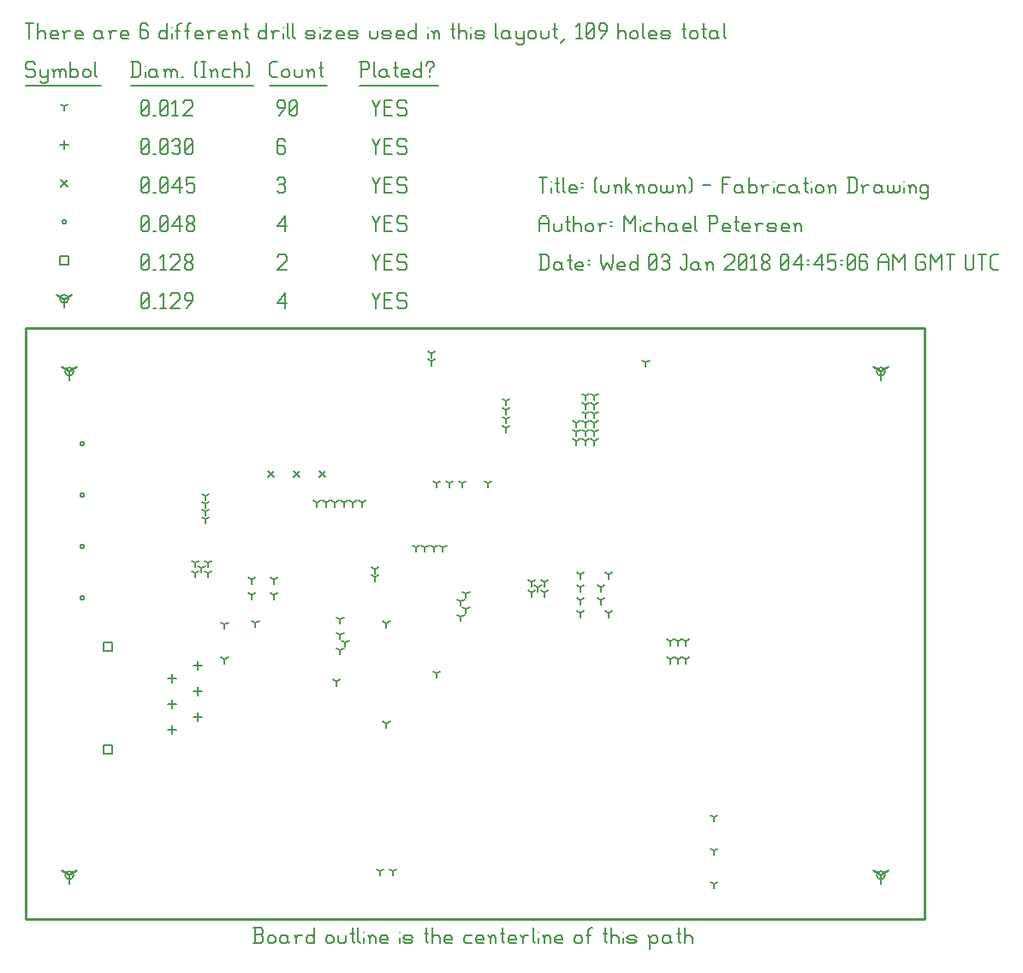
<source format=gbr>
G04 start of page 12 for group -3984 idx -3984 *
G04 Title: (unknown), fab *
G04 Creator: pcb 20140316 *
G04 CreationDate: Wed 03 Jan 2018 04:45:06 AM GMT UTC *
G04 For: railfan *
G04 Format: Gerber/RS-274X *
G04 PCB-Dimensions (mil): 3500.00 2300.00 *
G04 PCB-Coordinate-Origin: lower left *
%MOIN*%
%FSLAX25Y25*%
%LNFAB*%
%ADD108C,0.0100*%
%ADD107C,0.0075*%
%ADD106C,0.0060*%
%ADD105C,0.0001*%
%ADD104R,0.0080X0.0080*%
G54D104*X333000Y213000D02*Y209800D01*
G54D105*G36*
X332454Y213147D02*X335920Y215146D01*
X336320Y214453D01*
X332853Y212454D01*
X332454Y213147D01*
G37*
G36*
X333147Y212454D02*X329680Y214453D01*
X330080Y215146D01*
X333546Y213147D01*
X333147Y212454D01*
G37*
G54D104*X331400Y213000D02*G75*G03X334600Y213000I1600J0D01*G01*
G75*G03X331400Y213000I-1600J0D01*G01*
X17000Y17000D02*Y13800D01*
G54D105*G36*
X16454Y17147D02*X19920Y19146D01*
X20320Y18453D01*
X16853Y16454D01*
X16454Y17147D01*
G37*
G36*
X17147Y16454D02*X13680Y18453D01*
X14080Y19146D01*
X17546Y17147D01*
X17147Y16454D01*
G37*
G54D104*X15400Y17000D02*G75*G03X18600Y17000I1600J0D01*G01*
G75*G03X15400Y17000I-1600J0D01*G01*
X17000Y213000D02*Y209800D01*
G54D105*G36*
X16454Y213147D02*X19920Y215146D01*
X20320Y214453D01*
X16853Y212454D01*
X16454Y213147D01*
G37*
G36*
X17147Y212454D02*X13680Y214453D01*
X14080Y215146D01*
X17546Y213147D01*
X17147Y212454D01*
G37*
G54D104*X15400Y213000D02*G75*G03X18600Y213000I1600J0D01*G01*
G75*G03X15400Y213000I-1600J0D01*G01*
X333000Y17000D02*Y13800D01*
G54D105*G36*
X332454Y17147D02*X335920Y19146D01*
X336320Y18453D01*
X332853Y16454D01*
X332454Y17147D01*
G37*
G36*
X333147Y16454D02*X329680Y18453D01*
X330080Y19146D01*
X333546Y17147D01*
X333147Y16454D01*
G37*
G54D104*X331400Y17000D02*G75*G03X334600Y17000I1600J0D01*G01*
G75*G03X331400Y17000I-1600J0D01*G01*
X15000Y241250D02*Y238050D01*
G54D105*G36*
X14454Y241397D02*X17920Y243396D01*
X18320Y242703D01*
X14853Y240704D01*
X14454Y241397D01*
G37*
G36*
X15147Y240704D02*X11680Y242703D01*
X12080Y243396D01*
X15546Y241397D01*
X15147Y240704D01*
G37*
G54D104*X13400Y241250D02*G75*G03X16600Y241250I1600J0D01*G01*
G75*G03X13400Y241250I-1600J0D01*G01*
G54D106*X135000Y243500D02*X136500Y240500D01*
X138000Y243500D01*
X136500Y240500D02*Y237500D01*
X139800Y240800D02*X142050D01*
X139800Y237500D02*X142800D01*
X139800Y243500D02*Y237500D01*
Y243500D02*X142800D01*
X147600D02*X148350Y242750D01*
X145350Y243500D02*X147600D01*
X144600Y242750D02*X145350Y243500D01*
X144600Y242750D02*Y241250D01*
X145350Y240500D01*
X147600D01*
X148350Y239750D01*
Y238250D01*
X147600Y237500D02*X148350Y238250D01*
X145350Y237500D02*X147600D01*
X144600Y238250D02*X145350Y237500D01*
X98000Y239750D02*X101000Y243500D01*
X98000Y239750D02*X101750D01*
X101000Y243500D02*Y237500D01*
X45000Y238250D02*X45750Y237500D01*
X45000Y242750D02*Y238250D01*
Y242750D02*X45750Y243500D01*
X47250D01*
X48000Y242750D01*
Y238250D01*
X47250Y237500D02*X48000Y238250D01*
X45750Y237500D02*X47250D01*
X45000Y239000D02*X48000Y242000D01*
X49800Y237500D02*X50550D01*
X52350Y242300D02*X53550Y243500D01*
Y237500D01*
X52350D02*X54600D01*
X56400Y242750D02*X57150Y243500D01*
X59400D01*
X60150Y242750D01*
Y241250D01*
X56400Y237500D02*X60150Y241250D01*
X56400Y237500D02*X60150D01*
X62700D02*X64950Y240500D01*
Y242750D02*Y240500D01*
X64200Y243500D02*X64950Y242750D01*
X62700Y243500D02*X64200D01*
X61950Y242750D02*X62700Y243500D01*
X61950Y242750D02*Y241250D01*
X62700Y240500D01*
X64950D01*
X30400Y107600D02*X33600D01*
X30400D02*Y104400D01*
X33600D01*
Y107600D02*Y104400D01*
X30400Y67600D02*X33600D01*
X30400D02*Y64400D01*
X33600D01*
Y67600D02*Y64400D01*
X13400Y257850D02*X16600D01*
X13400D02*Y254650D01*
X16600D01*
Y257850D02*Y254650D01*
X135000Y258500D02*X136500Y255500D01*
X138000Y258500D01*
X136500Y255500D02*Y252500D01*
X139800Y255800D02*X142050D01*
X139800Y252500D02*X142800D01*
X139800Y258500D02*Y252500D01*
Y258500D02*X142800D01*
X147600D02*X148350Y257750D01*
X145350Y258500D02*X147600D01*
X144600Y257750D02*X145350Y258500D01*
X144600Y257750D02*Y256250D01*
X145350Y255500D01*
X147600D01*
X148350Y254750D01*
Y253250D01*
X147600Y252500D02*X148350Y253250D01*
X145350Y252500D02*X147600D01*
X144600Y253250D02*X145350Y252500D01*
X98000Y257750D02*X98750Y258500D01*
X101000D01*
X101750Y257750D01*
Y256250D01*
X98000Y252500D02*X101750Y256250D01*
X98000Y252500D02*X101750D01*
X45000Y253250D02*X45750Y252500D01*
X45000Y257750D02*Y253250D01*
Y257750D02*X45750Y258500D01*
X47250D01*
X48000Y257750D01*
Y253250D01*
X47250Y252500D02*X48000Y253250D01*
X45750Y252500D02*X47250D01*
X45000Y254000D02*X48000Y257000D01*
X49800Y252500D02*X50550D01*
X52350Y257300D02*X53550Y258500D01*
Y252500D01*
X52350D02*X54600D01*
X56400Y257750D02*X57150Y258500D01*
X59400D01*
X60150Y257750D01*
Y256250D01*
X56400Y252500D02*X60150Y256250D01*
X56400Y252500D02*X60150D01*
X61950Y253250D02*X62700Y252500D01*
X61950Y254450D02*Y253250D01*
Y254450D02*X63000Y255500D01*
X63900D01*
X64950Y254450D01*
Y253250D01*
X64200Y252500D02*X64950Y253250D01*
X62700Y252500D02*X64200D01*
X61950Y256550D02*X63000Y255500D01*
X61950Y257750D02*Y256550D01*
Y257750D02*X62700Y258500D01*
X64200D01*
X64950Y257750D01*
Y256550D01*
X63900Y255500D02*X64950Y256550D01*
X21200Y145000D02*G75*G03X22800Y145000I800J0D01*G01*
G75*G03X21200Y145000I-800J0D01*G01*
Y125000D02*G75*G03X22800Y125000I800J0D01*G01*
G75*G03X21200Y125000I-800J0D01*G01*
Y185000D02*G75*G03X22800Y185000I800J0D01*G01*
G75*G03X21200Y185000I-800J0D01*G01*
Y165000D02*G75*G03X22800Y165000I800J0D01*G01*
G75*G03X21200Y165000I-800J0D01*G01*
X14200Y271250D02*G75*G03X15800Y271250I800J0D01*G01*
G75*G03X14200Y271250I-800J0D01*G01*
X135000Y273500D02*X136500Y270500D01*
X138000Y273500D01*
X136500Y270500D02*Y267500D01*
X139800Y270800D02*X142050D01*
X139800Y267500D02*X142800D01*
X139800Y273500D02*Y267500D01*
Y273500D02*X142800D01*
X147600D02*X148350Y272750D01*
X145350Y273500D02*X147600D01*
X144600Y272750D02*X145350Y273500D01*
X144600Y272750D02*Y271250D01*
X145350Y270500D01*
X147600D01*
X148350Y269750D01*
Y268250D01*
X147600Y267500D02*X148350Y268250D01*
X145350Y267500D02*X147600D01*
X144600Y268250D02*X145350Y267500D01*
X98000Y269750D02*X101000Y273500D01*
X98000Y269750D02*X101750D01*
X101000Y273500D02*Y267500D01*
X45000Y268250D02*X45750Y267500D01*
X45000Y272750D02*Y268250D01*
Y272750D02*X45750Y273500D01*
X47250D01*
X48000Y272750D01*
Y268250D01*
X47250Y267500D02*X48000Y268250D01*
X45750Y267500D02*X47250D01*
X45000Y269000D02*X48000Y272000D01*
X49800Y267500D02*X50550D01*
X52350Y268250D02*X53100Y267500D01*
X52350Y272750D02*Y268250D01*
Y272750D02*X53100Y273500D01*
X54600D01*
X55350Y272750D01*
Y268250D01*
X54600Y267500D02*X55350Y268250D01*
X53100Y267500D02*X54600D01*
X52350Y269000D02*X55350Y272000D01*
X57150Y269750D02*X60150Y273500D01*
X57150Y269750D02*X60900D01*
X60150Y273500D02*Y267500D01*
X62700Y268250D02*X63450Y267500D01*
X62700Y269450D02*Y268250D01*
Y269450D02*X63750Y270500D01*
X64650D01*
X65700Y269450D01*
Y268250D01*
X64950Y267500D02*X65700Y268250D01*
X63450Y267500D02*X64950D01*
X62700Y271550D02*X63750Y270500D01*
X62700Y272750D02*Y271550D01*
Y272750D02*X63450Y273500D01*
X64950D01*
X65700Y272750D01*
Y271550D01*
X64650Y270500D02*X65700Y271550D01*
X114300Y174200D02*X116700Y171800D01*
X114300D02*X116700Y174200D01*
X104300D02*X106700Y171800D01*
X104300D02*X106700Y174200D01*
X94300D02*X96700Y171800D01*
X94300D02*X96700Y174200D01*
X13800Y287450D02*X16200Y285050D01*
X13800D02*X16200Y287450D01*
X135000Y288500D02*X136500Y285500D01*
X138000Y288500D01*
X136500Y285500D02*Y282500D01*
X139800Y285800D02*X142050D01*
X139800Y282500D02*X142800D01*
X139800Y288500D02*Y282500D01*
Y288500D02*X142800D01*
X147600D02*X148350Y287750D01*
X145350Y288500D02*X147600D01*
X144600Y287750D02*X145350Y288500D01*
X144600Y287750D02*Y286250D01*
X145350Y285500D01*
X147600D01*
X148350Y284750D01*
Y283250D01*
X147600Y282500D02*X148350Y283250D01*
X145350Y282500D02*X147600D01*
X144600Y283250D02*X145350Y282500D01*
X98000Y287750D02*X98750Y288500D01*
X100250D01*
X101000Y287750D01*
X100250Y282500D02*X101000Y283250D01*
X98750Y282500D02*X100250D01*
X98000Y283250D02*X98750Y282500D01*
Y285800D02*X100250D01*
X101000Y287750D02*Y286550D01*
Y285050D02*Y283250D01*
Y285050D02*X100250Y285800D01*
X101000Y286550D02*X100250Y285800D01*
X45000Y283250D02*X45750Y282500D01*
X45000Y287750D02*Y283250D01*
Y287750D02*X45750Y288500D01*
X47250D01*
X48000Y287750D01*
Y283250D01*
X47250Y282500D02*X48000Y283250D01*
X45750Y282500D02*X47250D01*
X45000Y284000D02*X48000Y287000D01*
X49800Y282500D02*X50550D01*
X52350Y283250D02*X53100Y282500D01*
X52350Y287750D02*Y283250D01*
Y287750D02*X53100Y288500D01*
X54600D01*
X55350Y287750D01*
Y283250D01*
X54600Y282500D02*X55350Y283250D01*
X53100Y282500D02*X54600D01*
X52350Y284000D02*X55350Y287000D01*
X57150Y284750D02*X60150Y288500D01*
X57150Y284750D02*X60900D01*
X60150Y288500D02*Y282500D01*
X62700Y288500D02*X65700D01*
X62700D02*Y285500D01*
X63450Y286250D01*
X64950D01*
X65700Y285500D01*
Y283250D01*
X64950Y282500D02*X65700Y283250D01*
X63450Y282500D02*X64950D01*
X62700Y283250D02*X63450Y282500D01*
X67000Y100100D02*Y96900D01*
X65400Y98500D02*X68600D01*
X57000Y95100D02*Y91900D01*
X55400Y93500D02*X58600D01*
X67000Y90100D02*Y86900D01*
X65400Y88500D02*X68600D01*
X57000Y85100D02*Y81900D01*
X55400Y83500D02*X58600D01*
X67000Y80100D02*Y76900D01*
X65400Y78500D02*X68600D01*
X57000Y75100D02*Y71900D01*
X55400Y73500D02*X58600D01*
X15000Y302850D02*Y299650D01*
X13400Y301250D02*X16600D01*
X135000Y303500D02*X136500Y300500D01*
X138000Y303500D01*
X136500Y300500D02*Y297500D01*
X139800Y300800D02*X142050D01*
X139800Y297500D02*X142800D01*
X139800Y303500D02*Y297500D01*
Y303500D02*X142800D01*
X147600D02*X148350Y302750D01*
X145350Y303500D02*X147600D01*
X144600Y302750D02*X145350Y303500D01*
X144600Y302750D02*Y301250D01*
X145350Y300500D01*
X147600D01*
X148350Y299750D01*
Y298250D01*
X147600Y297500D02*X148350Y298250D01*
X145350Y297500D02*X147600D01*
X144600Y298250D02*X145350Y297500D01*
X100250Y303500D02*X101000Y302750D01*
X98750Y303500D02*X100250D01*
X98000Y302750D02*X98750Y303500D01*
X98000Y302750D02*Y298250D01*
X98750Y297500D01*
X100250Y300800D02*X101000Y300050D01*
X98000Y300800D02*X100250D01*
X98750Y297500D02*X100250D01*
X101000Y298250D01*
Y300050D02*Y298250D01*
X45000D02*X45750Y297500D01*
X45000Y302750D02*Y298250D01*
Y302750D02*X45750Y303500D01*
X47250D01*
X48000Y302750D01*
Y298250D01*
X47250Y297500D02*X48000Y298250D01*
X45750Y297500D02*X47250D01*
X45000Y299000D02*X48000Y302000D01*
X49800Y297500D02*X50550D01*
X52350Y298250D02*X53100Y297500D01*
X52350Y302750D02*Y298250D01*
Y302750D02*X53100Y303500D01*
X54600D01*
X55350Y302750D01*
Y298250D01*
X54600Y297500D02*X55350Y298250D01*
X53100Y297500D02*X54600D01*
X52350Y299000D02*X55350Y302000D01*
X57150Y302750D02*X57900Y303500D01*
X59400D01*
X60150Y302750D01*
X59400Y297500D02*X60150Y298250D01*
X57900Y297500D02*X59400D01*
X57150Y298250D02*X57900Y297500D01*
Y300800D02*X59400D01*
X60150Y302750D02*Y301550D01*
Y300050D02*Y298250D01*
Y300050D02*X59400Y300800D01*
X60150Y301550D02*X59400Y300800D01*
X61950Y298250D02*X62700Y297500D01*
X61950Y302750D02*Y298250D01*
Y302750D02*X62700Y303500D01*
X64200D01*
X64950Y302750D01*
Y298250D01*
X64200Y297500D02*X64950Y298250D01*
X62700Y297500D02*X64200D01*
X61950Y299000D02*X64950Y302000D01*
X158000Y220000D02*Y218400D01*
Y220000D02*X159387Y220800D01*
X158000Y220000D02*X156613Y220800D01*
X158000Y217000D02*Y215400D01*
Y217000D02*X159387Y217800D01*
X158000Y217000D02*X156613Y217800D01*
X140500Y115000D02*Y113400D01*
Y115000D02*X141887Y115800D01*
X140500Y115000D02*X139113Y115800D01*
X121000Y92351D02*Y90751D01*
Y92351D02*X122387Y93151D01*
X121000Y92351D02*X119613Y93151D01*
X160000Y95500D02*Y93900D01*
Y95500D02*X161387Y96300D01*
X160000Y95500D02*X158613Y96300D01*
X140500Y76000D02*Y74400D01*
Y76000D02*X141887Y76800D01*
X140500Y76000D02*X139113Y76800D01*
X138000Y18500D02*Y16900D01*
Y18500D02*X139387Y19300D01*
X138000Y18500D02*X136613Y19300D01*
X143000Y18500D02*Y16900D01*
Y18500D02*X144387Y19300D01*
X143000Y18500D02*X141613Y19300D01*
X136000Y133000D02*Y131400D01*
Y133000D02*X137387Y133800D01*
X136000Y133000D02*X134613Y133800D01*
X136000Y136000D02*Y134400D01*
Y136000D02*X137387Y136800D01*
X136000Y136000D02*X134613Y136800D01*
X152000Y144500D02*Y142900D01*
Y144500D02*X153387Y145300D01*
X152000Y144500D02*X150613Y145300D01*
X155500Y144500D02*Y142900D01*
Y144500D02*X156887Y145300D01*
X155500Y144500D02*X154113Y145300D01*
X159000Y144500D02*Y142900D01*
Y144500D02*X160387Y145300D01*
X159000Y144500D02*X157613Y145300D01*
X162500Y144500D02*Y142900D01*
Y144500D02*X163887Y145300D01*
X162500Y144500D02*X161113Y145300D01*
X122500Y110500D02*Y108900D01*
Y110500D02*X123887Y111300D01*
X122500Y110500D02*X121113Y111300D01*
X124500Y107500D02*Y105900D01*
Y107500D02*X125887Y108300D01*
X124500Y107500D02*X123113Y108300D01*
X122500Y104500D02*Y102900D01*
Y104500D02*X123887Y105300D01*
X122500Y104500D02*X121113Y105300D01*
X122500Y116500D02*Y114900D01*
Y116500D02*X123887Y117300D01*
X122500Y116500D02*X121113Y117300D01*
X221500Y203500D02*Y201900D01*
Y203500D02*X222887Y204300D01*
X221500Y203500D02*X220113Y204300D01*
X218000Y203500D02*Y201900D01*
Y203500D02*X219387Y204300D01*
X218000Y203500D02*X216613Y204300D01*
X218000Y200000D02*Y198400D01*
Y200000D02*X219387Y200800D01*
X218000Y200000D02*X216613Y200800D01*
X221500Y200000D02*Y198400D01*
Y200000D02*X222887Y200800D01*
X221500Y200000D02*X220113Y200800D01*
X218000Y196500D02*Y194900D01*
Y196500D02*X219387Y197300D01*
X218000Y196500D02*X216613Y197300D01*
X221500Y196500D02*Y194900D01*
Y196500D02*X222887Y197300D01*
X221500Y196500D02*X220113Y197300D01*
X221500Y193000D02*Y191400D01*
Y193000D02*X222887Y193800D01*
X221500Y193000D02*X220113Y193800D01*
X218000Y193000D02*Y191400D01*
Y193000D02*X219387Y193800D01*
X218000Y193000D02*X216613Y193800D01*
X218000Y189500D02*Y187900D01*
Y189500D02*X219387Y190300D01*
X218000Y189500D02*X216613Y190300D01*
X221500Y189500D02*Y187900D01*
Y189500D02*X222887Y190300D01*
X221500Y189500D02*X220113Y190300D01*
X221500Y186000D02*Y184400D01*
Y186000D02*X222887Y186800D01*
X221500Y186000D02*X220113Y186800D01*
X218000Y186000D02*Y184400D01*
Y186000D02*X219387Y186800D01*
X218000Y186000D02*X216613Y186800D01*
X214500Y193000D02*Y191400D01*
Y193000D02*X215887Y193800D01*
X214500Y193000D02*X213113Y193800D01*
X214500Y189500D02*Y187900D01*
Y189500D02*X215887Y190300D01*
X214500Y189500D02*X213113Y190300D01*
X214500Y186000D02*Y184400D01*
Y186000D02*X215887Y186800D01*
X214500Y186000D02*X213113Y186800D01*
X257000Y101000D02*Y99400D01*
Y101000D02*X258387Y101800D01*
X257000Y101000D02*X255613Y101800D01*
X254000Y101000D02*Y99400D01*
Y101000D02*X255387Y101800D01*
X254000Y101000D02*X252613Y101800D01*
X251000Y101000D02*Y99400D01*
Y101000D02*X252387Y101800D01*
X251000Y101000D02*X249613Y101800D01*
X257000Y108000D02*Y106400D01*
Y108000D02*X258387Y108800D01*
X257000Y108000D02*X255613Y108800D01*
X254000Y108000D02*Y106400D01*
Y108000D02*X255387Y108800D01*
X254000Y108000D02*X252613Y108800D01*
X251000Y108000D02*Y106400D01*
Y108000D02*X252387Y108800D01*
X251000Y108000D02*X249613Y108800D01*
X70000Y161500D02*Y159900D01*
Y161500D02*X71387Y162300D01*
X70000Y161500D02*X68613Y162300D01*
X70000Y164500D02*Y162900D01*
Y164500D02*X71387Y165300D01*
X70000Y164500D02*X68613Y165300D01*
X70000Y158500D02*Y156900D01*
Y158500D02*X71387Y159300D01*
X70000Y158500D02*X68613Y159300D01*
X70000Y155500D02*Y153900D01*
Y155500D02*X71387Y156300D01*
X70000Y155500D02*X68613Y156300D01*
X77500Y114500D02*Y112900D01*
Y114500D02*X78887Y115300D01*
X77500Y114500D02*X76113Y115300D01*
X77500Y101000D02*Y99400D01*
Y101000D02*X78887Y101800D01*
X77500Y101000D02*X76113Y101800D01*
X88000Y126000D02*Y124400D01*
Y126000D02*X89387Y126800D01*
X88000Y126000D02*X86613Y126800D01*
X88000Y132000D02*Y130400D01*
Y132000D02*X89387Y132800D01*
X88000Y132000D02*X86613Y132800D01*
X96575Y132000D02*Y130400D01*
Y132000D02*X97962Y132800D01*
X96575Y132000D02*X95188Y132800D01*
X227000Y134000D02*Y132400D01*
Y134000D02*X228387Y134800D01*
X227000Y134000D02*X225613Y134800D01*
X216000Y134000D02*Y132400D01*
Y134000D02*X217387Y134800D01*
X216000Y134000D02*X214613Y134800D01*
X216000Y129000D02*Y127400D01*
Y129000D02*X217387Y129800D01*
X216000Y129000D02*X214613Y129800D01*
X216000Y124000D02*Y122400D01*
Y124000D02*X217387Y124800D01*
X216000Y124000D02*X214613Y124800D01*
X216000Y119000D02*Y117400D01*
Y119000D02*X217387Y119800D01*
X216000Y119000D02*X214613Y119800D01*
X227000Y119000D02*Y117400D01*
Y119000D02*X228387Y119800D01*
X227000Y119000D02*X225613Y119800D01*
X224000Y124000D02*Y122400D01*
Y124000D02*X225387Y124800D01*
X224000Y124000D02*X222613Y124800D01*
X224000Y129000D02*Y127400D01*
Y129000D02*X225387Y129800D01*
X224000Y129000D02*X222613Y129800D01*
X199500Y129000D02*Y127400D01*
Y129000D02*X200887Y129800D01*
X199500Y129000D02*X198113Y129800D01*
X202000Y131000D02*Y129400D01*
Y131000D02*X203387Y131800D01*
X202000Y131000D02*X200613Y131800D01*
X202000Y127000D02*Y125400D01*
Y127000D02*X203387Y127800D01*
X202000Y127000D02*X200613Y127800D01*
X197000Y127000D02*Y125400D01*
Y127000D02*X198387Y127800D01*
X197000Y127000D02*X195613Y127800D01*
X197000Y131000D02*Y129400D01*
Y131000D02*X198387Y131800D01*
X197000Y131000D02*X195613Y131800D01*
X68500Y136500D02*Y134900D01*
Y136500D02*X69887Y137300D01*
X68500Y136500D02*X67113Y137300D01*
X71000Y138500D02*Y136900D01*
Y138500D02*X72387Y139300D01*
X71000Y138500D02*X69613Y139300D01*
X71000Y134500D02*Y132900D01*
Y134500D02*X72387Y135300D01*
X71000Y134500D02*X69613Y135300D01*
X66000Y134500D02*Y132900D01*
Y134500D02*X67387Y135300D01*
X66000Y134500D02*X64613Y135300D01*
X66000Y138500D02*Y136900D01*
Y138500D02*X67387Y139300D01*
X66000Y138500D02*X64613Y139300D01*
X96575Y126000D02*Y124400D01*
Y126000D02*X97962Y126800D01*
X96575Y126000D02*X95188Y126800D01*
X89500Y115152D02*Y113552D01*
Y115152D02*X90887Y115952D01*
X89500Y115152D02*X88113Y115952D01*
X169500Y117500D02*Y115900D01*
Y117500D02*X170887Y118300D01*
X169500Y117500D02*X168113Y118300D01*
X169500Y123500D02*Y121900D01*
Y123500D02*X170887Y124300D01*
X169500Y123500D02*X168113Y124300D01*
X171500Y120500D02*Y118900D01*
Y120500D02*X172887Y121300D01*
X171500Y120500D02*X170113Y121300D01*
X171500Y126500D02*Y124900D01*
Y126500D02*X172887Y127300D01*
X171500Y126500D02*X170113Y127300D01*
X113500Y162000D02*Y160400D01*
Y162000D02*X114887Y162800D01*
X113500Y162000D02*X112113Y162800D01*
X117000Y162000D02*Y160400D01*
Y162000D02*X118387Y162800D01*
X117000Y162000D02*X115613Y162800D01*
X120500Y162000D02*Y160400D01*
Y162000D02*X121887Y162800D01*
X120500Y162000D02*X119113Y162800D01*
X124000Y162000D02*Y160400D01*
Y162000D02*X125387Y162800D01*
X124000Y162000D02*X122613Y162800D01*
X127500Y162000D02*Y160400D01*
Y162000D02*X128887Y162800D01*
X127500Y162000D02*X126113Y162800D01*
X131000Y162000D02*Y160400D01*
Y162000D02*X132387Y162800D01*
X131000Y162000D02*X129613Y162800D01*
X160000Y169500D02*Y167900D01*
Y169500D02*X161387Y170300D01*
X160000Y169500D02*X158613Y170300D01*
X170000Y169500D02*Y167900D01*
Y169500D02*X171387Y170300D01*
X170000Y169500D02*X168613Y170300D01*
X180000Y169500D02*Y167900D01*
Y169500D02*X181387Y170300D01*
X180000Y169500D02*X178613Y170300D01*
X165000Y169500D02*Y167900D01*
Y169500D02*X166387Y170300D01*
X165000Y169500D02*X163613Y170300D01*
X187000Y201500D02*Y199900D01*
Y201500D02*X188387Y202300D01*
X187000Y201500D02*X185613Y202300D01*
X187000Y198000D02*Y196400D01*
Y198000D02*X188387Y198800D01*
X187000Y198000D02*X185613Y198800D01*
X187000Y194500D02*Y192900D01*
Y194500D02*X188387Y195300D01*
X187000Y194500D02*X185613Y195300D01*
X187000Y191000D02*Y189400D01*
Y191000D02*X188387Y191800D01*
X187000Y191000D02*X185613Y191800D01*
X268000Y13500D02*Y11900D01*
Y13500D02*X269387Y14300D01*
X268000Y13500D02*X266613Y14300D01*
X268000Y26500D02*Y24900D01*
Y26500D02*X269387Y27300D01*
X268000Y26500D02*X266613Y27300D01*
X268000Y39500D02*Y37900D01*
Y39500D02*X269387Y40300D01*
X268000Y39500D02*X266613Y40300D01*
X241500Y216500D02*Y214900D01*
Y216500D02*X242887Y217300D01*
X241500Y216500D02*X240113Y217300D01*
X15000Y316250D02*Y314650D01*
Y316250D02*X16387Y317050D01*
X15000Y316250D02*X13613Y317050D01*
X135000Y318500D02*X136500Y315500D01*
X138000Y318500D01*
X136500Y315500D02*Y312500D01*
X139800Y315800D02*X142050D01*
X139800Y312500D02*X142800D01*
X139800Y318500D02*Y312500D01*
Y318500D02*X142800D01*
X147600D02*X148350Y317750D01*
X145350Y318500D02*X147600D01*
X144600Y317750D02*X145350Y318500D01*
X144600Y317750D02*Y316250D01*
X145350Y315500D01*
X147600D01*
X148350Y314750D01*
Y313250D01*
X147600Y312500D02*X148350Y313250D01*
X145350Y312500D02*X147600D01*
X144600Y313250D02*X145350Y312500D01*
X98750D02*X101000Y315500D01*
Y317750D02*Y315500D01*
X100250Y318500D02*X101000Y317750D01*
X98750Y318500D02*X100250D01*
X98000Y317750D02*X98750Y318500D01*
X98000Y317750D02*Y316250D01*
X98750Y315500D01*
X101000D01*
X102800Y313250D02*X103550Y312500D01*
X102800Y317750D02*Y313250D01*
Y317750D02*X103550Y318500D01*
X105050D01*
X105800Y317750D01*
Y313250D01*
X105050Y312500D02*X105800Y313250D01*
X103550Y312500D02*X105050D01*
X102800Y314000D02*X105800Y317000D01*
X45000Y313250D02*X45750Y312500D01*
X45000Y317750D02*Y313250D01*
Y317750D02*X45750Y318500D01*
X47250D01*
X48000Y317750D01*
Y313250D01*
X47250Y312500D02*X48000Y313250D01*
X45750Y312500D02*X47250D01*
X45000Y314000D02*X48000Y317000D01*
X49800Y312500D02*X50550D01*
X52350Y313250D02*X53100Y312500D01*
X52350Y317750D02*Y313250D01*
Y317750D02*X53100Y318500D01*
X54600D01*
X55350Y317750D01*
Y313250D01*
X54600Y312500D02*X55350Y313250D01*
X53100Y312500D02*X54600D01*
X52350Y314000D02*X55350Y317000D01*
X57150Y317300D02*X58350Y318500D01*
Y312500D01*
X57150D02*X59400D01*
X61200Y317750D02*X61950Y318500D01*
X64200D01*
X64950Y317750D01*
Y316250D01*
X61200Y312500D02*X64950Y316250D01*
X61200Y312500D02*X64950D01*
X3000Y333500D02*X3750Y332750D01*
X750Y333500D02*X3000D01*
X0Y332750D02*X750Y333500D01*
X0Y332750D02*Y331250D01*
X750Y330500D01*
X3000D01*
X3750Y329750D01*
Y328250D01*
X3000Y327500D02*X3750Y328250D01*
X750Y327500D02*X3000D01*
X0Y328250D02*X750Y327500D01*
X5550Y330500D02*Y328250D01*
X6300Y327500D01*
X8550Y330500D02*Y326000D01*
X7800Y325250D02*X8550Y326000D01*
X6300Y325250D02*X7800D01*
X5550Y326000D02*X6300Y325250D01*
Y327500D02*X7800D01*
X8550Y328250D01*
X11100Y329750D02*Y327500D01*
Y329750D02*X11850Y330500D01*
X12600D01*
X13350Y329750D01*
Y327500D01*
Y329750D02*X14100Y330500D01*
X14850D01*
X15600Y329750D01*
Y327500D01*
X10350Y330500D02*X11100Y329750D01*
X17400Y333500D02*Y327500D01*
Y328250D02*X18150Y327500D01*
X19650D01*
X20400Y328250D01*
Y329750D02*Y328250D01*
X19650Y330500D02*X20400Y329750D01*
X18150Y330500D02*X19650D01*
X17400Y329750D02*X18150Y330500D01*
X22200Y329750D02*Y328250D01*
Y329750D02*X22950Y330500D01*
X24450D01*
X25200Y329750D01*
Y328250D01*
X24450Y327500D02*X25200Y328250D01*
X22950Y327500D02*X24450D01*
X22200Y328250D02*X22950Y327500D01*
X27000Y333500D02*Y328250D01*
X27750Y327500D01*
X0Y324250D02*X29250D01*
X41750Y333500D02*Y327500D01*
X43700Y333500D02*X44750Y332450D01*
Y328550D01*
X43700Y327500D02*X44750Y328550D01*
X41000Y327500D02*X43700D01*
X41000Y333500D02*X43700D01*
G54D107*X46550Y332000D02*Y331850D01*
G54D106*Y329750D02*Y327500D01*
X50300Y330500D02*X51050Y329750D01*
X48800Y330500D02*X50300D01*
X48050Y329750D02*X48800Y330500D01*
X48050Y329750D02*Y328250D01*
X48800Y327500D01*
X51050Y330500D02*Y328250D01*
X51800Y327500D01*
X48800D02*X50300D01*
X51050Y328250D01*
X54350Y329750D02*Y327500D01*
Y329750D02*X55100Y330500D01*
X55850D01*
X56600Y329750D01*
Y327500D01*
Y329750D02*X57350Y330500D01*
X58100D01*
X58850Y329750D01*
Y327500D01*
X53600Y330500D02*X54350Y329750D01*
X60650Y327500D02*X61400D01*
X65900Y328250D02*X66650Y327500D01*
X65900Y332750D02*X66650Y333500D01*
X65900Y332750D02*Y328250D01*
X68450Y333500D02*X69950D01*
X69200D02*Y327500D01*
X68450D02*X69950D01*
X72500Y329750D02*Y327500D01*
Y329750D02*X73250Y330500D01*
X74000D01*
X74750Y329750D01*
Y327500D01*
X71750Y330500D02*X72500Y329750D01*
X77300Y330500D02*X79550D01*
X76550Y329750D02*X77300Y330500D01*
X76550Y329750D02*Y328250D01*
X77300Y327500D01*
X79550D01*
X81350Y333500D02*Y327500D01*
Y329750D02*X82100Y330500D01*
X83600D01*
X84350Y329750D01*
Y327500D01*
X86150Y333500D02*X86900Y332750D01*
Y328250D01*
X86150Y327500D02*X86900Y328250D01*
X41000Y324250D02*X88700D01*
X96050Y327500D02*X98000D01*
X95000Y328550D02*X96050Y327500D01*
X95000Y332450D02*Y328550D01*
Y332450D02*X96050Y333500D01*
X98000D01*
X99800Y329750D02*Y328250D01*
Y329750D02*X100550Y330500D01*
X102050D01*
X102800Y329750D01*
Y328250D01*
X102050Y327500D02*X102800Y328250D01*
X100550Y327500D02*X102050D01*
X99800Y328250D02*X100550Y327500D01*
X104600Y330500D02*Y328250D01*
X105350Y327500D01*
X106850D01*
X107600Y328250D01*
Y330500D02*Y328250D01*
X110150Y329750D02*Y327500D01*
Y329750D02*X110900Y330500D01*
X111650D01*
X112400Y329750D01*
Y327500D01*
X109400Y330500D02*X110150Y329750D01*
X114950Y333500D02*Y328250D01*
X115700Y327500D01*
X114200Y331250D02*X115700D01*
X95000Y324250D02*X117200D01*
X130750Y333500D02*Y327500D01*
X130000Y333500D02*X133000D01*
X133750Y332750D01*
Y331250D01*
X133000Y330500D02*X133750Y331250D01*
X130750Y330500D02*X133000D01*
X135550Y333500D02*Y328250D01*
X136300Y327500D01*
X140050Y330500D02*X140800Y329750D01*
X138550Y330500D02*X140050D01*
X137800Y329750D02*X138550Y330500D01*
X137800Y329750D02*Y328250D01*
X138550Y327500D01*
X140800Y330500D02*Y328250D01*
X141550Y327500D01*
X138550D02*X140050D01*
X140800Y328250D01*
X144100Y333500D02*Y328250D01*
X144850Y327500D01*
X143350Y331250D02*X144850D01*
X147100Y327500D02*X149350D01*
X146350Y328250D02*X147100Y327500D01*
X146350Y329750D02*Y328250D01*
Y329750D02*X147100Y330500D01*
X148600D01*
X149350Y329750D01*
X146350Y329000D02*X149350D01*
Y329750D02*Y329000D01*
X154150Y333500D02*Y327500D01*
X153400D02*X154150Y328250D01*
X151900Y327500D02*X153400D01*
X151150Y328250D02*X151900Y327500D01*
X151150Y329750D02*Y328250D01*
Y329750D02*X151900Y330500D01*
X153400D01*
X154150Y329750D01*
X157450Y330500D02*Y329750D01*
Y328250D02*Y327500D01*
X155950Y332750D02*Y332000D01*
Y332750D02*X156700Y333500D01*
X158200D01*
X158950Y332750D01*
Y332000D01*
X157450Y330500D02*X158950Y332000D01*
X130000Y324250D02*X160750D01*
X0Y348500D02*X3000D01*
X1500D02*Y342500D01*
X4800Y348500D02*Y342500D01*
Y344750D02*X5550Y345500D01*
X7050D01*
X7800Y344750D01*
Y342500D01*
X10350D02*X12600D01*
X9600Y343250D02*X10350Y342500D01*
X9600Y344750D02*Y343250D01*
Y344750D02*X10350Y345500D01*
X11850D01*
X12600Y344750D01*
X9600Y344000D02*X12600D01*
Y344750D02*Y344000D01*
X15150Y344750D02*Y342500D01*
Y344750D02*X15900Y345500D01*
X17400D01*
X14400D02*X15150Y344750D01*
X19950Y342500D02*X22200D01*
X19200Y343250D02*X19950Y342500D01*
X19200Y344750D02*Y343250D01*
Y344750D02*X19950Y345500D01*
X21450D01*
X22200Y344750D01*
X19200Y344000D02*X22200D01*
Y344750D02*Y344000D01*
X28950Y345500D02*X29700Y344750D01*
X27450Y345500D02*X28950D01*
X26700Y344750D02*X27450Y345500D01*
X26700Y344750D02*Y343250D01*
X27450Y342500D01*
X29700Y345500D02*Y343250D01*
X30450Y342500D01*
X27450D02*X28950D01*
X29700Y343250D01*
X33000Y344750D02*Y342500D01*
Y344750D02*X33750Y345500D01*
X35250D01*
X32250D02*X33000Y344750D01*
X37800Y342500D02*X40050D01*
X37050Y343250D02*X37800Y342500D01*
X37050Y344750D02*Y343250D01*
Y344750D02*X37800Y345500D01*
X39300D01*
X40050Y344750D01*
X37050Y344000D02*X40050D01*
Y344750D02*Y344000D01*
X46800Y348500D02*X47550Y347750D01*
X45300Y348500D02*X46800D01*
X44550Y347750D02*X45300Y348500D01*
X44550Y347750D02*Y343250D01*
X45300Y342500D01*
X46800Y345800D02*X47550Y345050D01*
X44550Y345800D02*X46800D01*
X45300Y342500D02*X46800D01*
X47550Y343250D01*
Y345050D02*Y343250D01*
X55050Y348500D02*Y342500D01*
X54300D02*X55050Y343250D01*
X52800Y342500D02*X54300D01*
X52050Y343250D02*X52800Y342500D01*
X52050Y344750D02*Y343250D01*
Y344750D02*X52800Y345500D01*
X54300D01*
X55050Y344750D01*
G54D107*X56850Y347000D02*Y346850D01*
G54D106*Y344750D02*Y342500D01*
X59100Y347750D02*Y342500D01*
Y347750D02*X59850Y348500D01*
X60600D01*
X58350Y345500D02*X59850D01*
X62850Y347750D02*Y342500D01*
Y347750D02*X63600Y348500D01*
X64350D01*
X62100Y345500D02*X63600D01*
X66600Y342500D02*X68850D01*
X65850Y343250D02*X66600Y342500D01*
X65850Y344750D02*Y343250D01*
Y344750D02*X66600Y345500D01*
X68100D01*
X68850Y344750D01*
X65850Y344000D02*X68850D01*
Y344750D02*Y344000D01*
X71400Y344750D02*Y342500D01*
Y344750D02*X72150Y345500D01*
X73650D01*
X70650D02*X71400Y344750D01*
X76200Y342500D02*X78450D01*
X75450Y343250D02*X76200Y342500D01*
X75450Y344750D02*Y343250D01*
Y344750D02*X76200Y345500D01*
X77700D01*
X78450Y344750D01*
X75450Y344000D02*X78450D01*
Y344750D02*Y344000D01*
X81000Y344750D02*Y342500D01*
Y344750D02*X81750Y345500D01*
X82500D01*
X83250Y344750D01*
Y342500D01*
X80250Y345500D02*X81000Y344750D01*
X85800Y348500D02*Y343250D01*
X86550Y342500D01*
X85050Y346250D02*X86550D01*
X93750Y348500D02*Y342500D01*
X93000D02*X93750Y343250D01*
X91500Y342500D02*X93000D01*
X90750Y343250D02*X91500Y342500D01*
X90750Y344750D02*Y343250D01*
Y344750D02*X91500Y345500D01*
X93000D01*
X93750Y344750D01*
X96300D02*Y342500D01*
Y344750D02*X97050Y345500D01*
X98550D01*
X95550D02*X96300Y344750D01*
G54D107*X100350Y347000D02*Y346850D01*
G54D106*Y344750D02*Y342500D01*
X101850Y348500D02*Y343250D01*
X102600Y342500D01*
X104100Y348500D02*Y343250D01*
X104850Y342500D01*
X109800D02*X112050D01*
X112800Y343250D01*
X112050Y344000D02*X112800Y343250D01*
X109800Y344000D02*X112050D01*
X109050Y344750D02*X109800Y344000D01*
X109050Y344750D02*X109800Y345500D01*
X112050D01*
X112800Y344750D01*
X109050Y343250D02*X109800Y342500D01*
G54D107*X114600Y347000D02*Y346850D01*
G54D106*Y344750D02*Y342500D01*
X116100Y345500D02*X119100D01*
X116100Y342500D02*X119100Y345500D01*
X116100Y342500D02*X119100D01*
X121650D02*X123900D01*
X120900Y343250D02*X121650Y342500D01*
X120900Y344750D02*Y343250D01*
Y344750D02*X121650Y345500D01*
X123150D01*
X123900Y344750D01*
X120900Y344000D02*X123900D01*
Y344750D02*Y344000D01*
X126450Y342500D02*X128700D01*
X129450Y343250D01*
X128700Y344000D02*X129450Y343250D01*
X126450Y344000D02*X128700D01*
X125700Y344750D02*X126450Y344000D01*
X125700Y344750D02*X126450Y345500D01*
X128700D01*
X129450Y344750D01*
X125700Y343250D02*X126450Y342500D01*
X133950Y345500D02*Y343250D01*
X134700Y342500D01*
X136200D01*
X136950Y343250D01*
Y345500D02*Y343250D01*
X139500Y342500D02*X141750D01*
X142500Y343250D01*
X141750Y344000D02*X142500Y343250D01*
X139500Y344000D02*X141750D01*
X138750Y344750D02*X139500Y344000D01*
X138750Y344750D02*X139500Y345500D01*
X141750D01*
X142500Y344750D01*
X138750Y343250D02*X139500Y342500D01*
X145050D02*X147300D01*
X144300Y343250D02*X145050Y342500D01*
X144300Y344750D02*Y343250D01*
Y344750D02*X145050Y345500D01*
X146550D01*
X147300Y344750D01*
X144300Y344000D02*X147300D01*
Y344750D02*Y344000D01*
X152100Y348500D02*Y342500D01*
X151350D02*X152100Y343250D01*
X149850Y342500D02*X151350D01*
X149100Y343250D02*X149850Y342500D01*
X149100Y344750D02*Y343250D01*
Y344750D02*X149850Y345500D01*
X151350D01*
X152100Y344750D01*
G54D107*X156600Y347000D02*Y346850D01*
G54D106*Y344750D02*Y342500D01*
X158850Y344750D02*Y342500D01*
Y344750D02*X159600Y345500D01*
X160350D01*
X161100Y344750D01*
Y342500D01*
X158100Y345500D02*X158850Y344750D01*
X166350Y348500D02*Y343250D01*
X167100Y342500D01*
X165600Y346250D02*X167100D01*
X168600Y348500D02*Y342500D01*
Y344750D02*X169350Y345500D01*
X170850D01*
X171600Y344750D01*
Y342500D01*
G54D107*X173400Y347000D02*Y346850D01*
G54D106*Y344750D02*Y342500D01*
X175650D02*X177900D01*
X178650Y343250D01*
X177900Y344000D02*X178650Y343250D01*
X175650Y344000D02*X177900D01*
X174900Y344750D02*X175650Y344000D01*
X174900Y344750D02*X175650Y345500D01*
X177900D01*
X178650Y344750D01*
X174900Y343250D02*X175650Y342500D01*
X183150Y348500D02*Y343250D01*
X183900Y342500D01*
X187650Y345500D02*X188400Y344750D01*
X186150Y345500D02*X187650D01*
X185400Y344750D02*X186150Y345500D01*
X185400Y344750D02*Y343250D01*
X186150Y342500D01*
X188400Y345500D02*Y343250D01*
X189150Y342500D01*
X186150D02*X187650D01*
X188400Y343250D01*
X190950Y345500D02*Y343250D01*
X191700Y342500D01*
X193950Y345500D02*Y341000D01*
X193200Y340250D02*X193950Y341000D01*
X191700Y340250D02*X193200D01*
X190950Y341000D02*X191700Y340250D01*
Y342500D02*X193200D01*
X193950Y343250D01*
X195750Y344750D02*Y343250D01*
Y344750D02*X196500Y345500D01*
X198000D01*
X198750Y344750D01*
Y343250D01*
X198000Y342500D02*X198750Y343250D01*
X196500Y342500D02*X198000D01*
X195750Y343250D02*X196500Y342500D01*
X200550Y345500D02*Y343250D01*
X201300Y342500D01*
X202800D01*
X203550Y343250D01*
Y345500D02*Y343250D01*
X206100Y348500D02*Y343250D01*
X206850Y342500D01*
X205350Y346250D02*X206850D01*
X208350Y341000D02*X209850Y342500D01*
X214350Y347300D02*X215550Y348500D01*
Y342500D01*
X214350D02*X216600D01*
X218400Y343250D02*X219150Y342500D01*
X218400Y347750D02*Y343250D01*
Y347750D02*X219150Y348500D01*
X220650D01*
X221400Y347750D01*
Y343250D01*
X220650Y342500D02*X221400Y343250D01*
X219150Y342500D02*X220650D01*
X218400Y344000D02*X221400Y347000D01*
X223950Y342500D02*X226200Y345500D01*
Y347750D02*Y345500D01*
X225450Y348500D02*X226200Y347750D01*
X223950Y348500D02*X225450D01*
X223200Y347750D02*X223950Y348500D01*
X223200Y347750D02*Y346250D01*
X223950Y345500D01*
X226200D01*
X230700Y348500D02*Y342500D01*
Y344750D02*X231450Y345500D01*
X232950D01*
X233700Y344750D01*
Y342500D01*
X235500Y344750D02*Y343250D01*
Y344750D02*X236250Y345500D01*
X237750D01*
X238500Y344750D01*
Y343250D01*
X237750Y342500D02*X238500Y343250D01*
X236250Y342500D02*X237750D01*
X235500Y343250D02*X236250Y342500D01*
X240300Y348500D02*Y343250D01*
X241050Y342500D01*
X243300D02*X245550D01*
X242550Y343250D02*X243300Y342500D01*
X242550Y344750D02*Y343250D01*
Y344750D02*X243300Y345500D01*
X244800D01*
X245550Y344750D01*
X242550Y344000D02*X245550D01*
Y344750D02*Y344000D01*
X248100Y342500D02*X250350D01*
X251100Y343250D01*
X250350Y344000D02*X251100Y343250D01*
X248100Y344000D02*X250350D01*
X247350Y344750D02*X248100Y344000D01*
X247350Y344750D02*X248100Y345500D01*
X250350D01*
X251100Y344750D01*
X247350Y343250D02*X248100Y342500D01*
X256350Y348500D02*Y343250D01*
X257100Y342500D01*
X255600Y346250D02*X257100D01*
X258600Y344750D02*Y343250D01*
Y344750D02*X259350Y345500D01*
X260850D01*
X261600Y344750D01*
Y343250D01*
X260850Y342500D02*X261600Y343250D01*
X259350Y342500D02*X260850D01*
X258600Y343250D02*X259350Y342500D01*
X264150Y348500D02*Y343250D01*
X264900Y342500D01*
X263400Y346250D02*X264900D01*
X268650Y345500D02*X269400Y344750D01*
X267150Y345500D02*X268650D01*
X266400Y344750D02*X267150Y345500D01*
X266400Y344750D02*Y343250D01*
X267150Y342500D01*
X269400Y345500D02*Y343250D01*
X270150Y342500D01*
X267150D02*X268650D01*
X269400Y343250D01*
X271950Y348500D02*Y343250D01*
X272700Y342500D01*
G54D108*X0Y230000D02*X350000D01*
Y0D01*
X0D01*
Y230000D01*
G54D106*X88675Y-9500D02*X91675D01*
X92425Y-8750D01*
Y-6950D02*Y-8750D01*
X91675Y-6200D02*X92425Y-6950D01*
X89425Y-6200D02*X91675D01*
X89425Y-3500D02*Y-9500D01*
X88675Y-3500D02*X91675D01*
X92425Y-4250D01*
Y-5450D01*
X91675Y-6200D02*X92425Y-5450D01*
X94225Y-7250D02*Y-8750D01*
Y-7250D02*X94975Y-6500D01*
X96475D01*
X97225Y-7250D01*
Y-8750D01*
X96475Y-9500D02*X97225Y-8750D01*
X94975Y-9500D02*X96475D01*
X94225Y-8750D02*X94975Y-9500D01*
X101275Y-6500D02*X102025Y-7250D01*
X99775Y-6500D02*X101275D01*
X99025Y-7250D02*X99775Y-6500D01*
X99025Y-7250D02*Y-8750D01*
X99775Y-9500D01*
X102025Y-6500D02*Y-8750D01*
X102775Y-9500D01*
X99775D02*X101275D01*
X102025Y-8750D01*
X105325Y-7250D02*Y-9500D01*
Y-7250D02*X106075Y-6500D01*
X107575D01*
X104575D02*X105325Y-7250D01*
X112375Y-3500D02*Y-9500D01*
X111625D02*X112375Y-8750D01*
X110125Y-9500D02*X111625D01*
X109375Y-8750D02*X110125Y-9500D01*
X109375Y-7250D02*Y-8750D01*
Y-7250D02*X110125Y-6500D01*
X111625D01*
X112375Y-7250D01*
X116875D02*Y-8750D01*
Y-7250D02*X117625Y-6500D01*
X119125D01*
X119875Y-7250D01*
Y-8750D01*
X119125Y-9500D02*X119875Y-8750D01*
X117625Y-9500D02*X119125D01*
X116875Y-8750D02*X117625Y-9500D01*
X121675Y-6500D02*Y-8750D01*
X122425Y-9500D01*
X123925D01*
X124675Y-8750D01*
Y-6500D02*Y-8750D01*
X127225Y-3500D02*Y-8750D01*
X127975Y-9500D01*
X126475Y-5750D02*X127975D01*
X129475Y-3500D02*Y-8750D01*
X130225Y-9500D01*
G54D107*X131725Y-5000D02*Y-5150D01*
G54D106*Y-7250D02*Y-9500D01*
X133975Y-7250D02*Y-9500D01*
Y-7250D02*X134725Y-6500D01*
X135475D01*
X136225Y-7250D01*
Y-9500D01*
X133225Y-6500D02*X133975Y-7250D01*
X138775Y-9500D02*X141025D01*
X138025Y-8750D02*X138775Y-9500D01*
X138025Y-7250D02*Y-8750D01*
Y-7250D02*X138775Y-6500D01*
X140275D01*
X141025Y-7250D01*
X138025Y-8000D02*X141025D01*
Y-7250D02*Y-8000D01*
G54D107*X145525Y-5000D02*Y-5150D01*
G54D106*Y-7250D02*Y-9500D01*
X147775D02*X150025D01*
X150775Y-8750D01*
X150025Y-8000D02*X150775Y-8750D01*
X147775Y-8000D02*X150025D01*
X147025Y-7250D02*X147775Y-8000D01*
X147025Y-7250D02*X147775Y-6500D01*
X150025D01*
X150775Y-7250D01*
X147025Y-8750D02*X147775Y-9500D01*
X156025Y-3500D02*Y-8750D01*
X156775Y-9500D01*
X155275Y-5750D02*X156775D01*
X158275Y-3500D02*Y-9500D01*
Y-7250D02*X159025Y-6500D01*
X160525D01*
X161275Y-7250D01*
Y-9500D01*
X163825D02*X166075D01*
X163075Y-8750D02*X163825Y-9500D01*
X163075Y-7250D02*Y-8750D01*
Y-7250D02*X163825Y-6500D01*
X165325D01*
X166075Y-7250D01*
X163075Y-8000D02*X166075D01*
Y-7250D02*Y-8000D01*
X171325Y-6500D02*X173575D01*
X170575Y-7250D02*X171325Y-6500D01*
X170575Y-7250D02*Y-8750D01*
X171325Y-9500D01*
X173575D01*
X176125D02*X178375D01*
X175375Y-8750D02*X176125Y-9500D01*
X175375Y-7250D02*Y-8750D01*
Y-7250D02*X176125Y-6500D01*
X177625D01*
X178375Y-7250D01*
X175375Y-8000D02*X178375D01*
Y-7250D02*Y-8000D01*
X180925Y-7250D02*Y-9500D01*
Y-7250D02*X181675Y-6500D01*
X182425D01*
X183175Y-7250D01*
Y-9500D01*
X180175Y-6500D02*X180925Y-7250D01*
X185725Y-3500D02*Y-8750D01*
X186475Y-9500D01*
X184975Y-5750D02*X186475D01*
X188725Y-9500D02*X190975D01*
X187975Y-8750D02*X188725Y-9500D01*
X187975Y-7250D02*Y-8750D01*
Y-7250D02*X188725Y-6500D01*
X190225D01*
X190975Y-7250D01*
X187975Y-8000D02*X190975D01*
Y-7250D02*Y-8000D01*
X193525Y-7250D02*Y-9500D01*
Y-7250D02*X194275Y-6500D01*
X195775D01*
X192775D02*X193525Y-7250D01*
X197575Y-3500D02*Y-8750D01*
X198325Y-9500D01*
G54D107*X199825Y-5000D02*Y-5150D01*
G54D106*Y-7250D02*Y-9500D01*
X202075Y-7250D02*Y-9500D01*
Y-7250D02*X202825Y-6500D01*
X203575D01*
X204325Y-7250D01*
Y-9500D01*
X201325Y-6500D02*X202075Y-7250D01*
X206875Y-9500D02*X209125D01*
X206125Y-8750D02*X206875Y-9500D01*
X206125Y-7250D02*Y-8750D01*
Y-7250D02*X206875Y-6500D01*
X208375D01*
X209125Y-7250D01*
X206125Y-8000D02*X209125D01*
Y-7250D02*Y-8000D01*
X213625Y-7250D02*Y-8750D01*
Y-7250D02*X214375Y-6500D01*
X215875D01*
X216625Y-7250D01*
Y-8750D01*
X215875Y-9500D02*X216625Y-8750D01*
X214375Y-9500D02*X215875D01*
X213625Y-8750D02*X214375Y-9500D01*
X219175Y-4250D02*Y-9500D01*
Y-4250D02*X219925Y-3500D01*
X220675D01*
X218425Y-6500D02*X219925D01*
X225625Y-3500D02*Y-8750D01*
X226375Y-9500D01*
X224875Y-5750D02*X226375D01*
X227875Y-3500D02*Y-9500D01*
Y-7250D02*X228625Y-6500D01*
X230125D01*
X230875Y-7250D01*
Y-9500D01*
G54D107*X232675Y-5000D02*Y-5150D01*
G54D106*Y-7250D02*Y-9500D01*
X234925D02*X237175D01*
X237925Y-8750D01*
X237175Y-8000D02*X237925Y-8750D01*
X234925Y-8000D02*X237175D01*
X234175Y-7250D02*X234925Y-8000D01*
X234175Y-7250D02*X234925Y-6500D01*
X237175D01*
X237925Y-7250D01*
X234175Y-8750D02*X234925Y-9500D01*
X243175Y-7250D02*Y-11750D01*
X242425Y-6500D02*X243175Y-7250D01*
X243925Y-6500D01*
X245425D01*
X246175Y-7250D01*
Y-8750D01*
X245425Y-9500D02*X246175Y-8750D01*
X243925Y-9500D02*X245425D01*
X243175Y-8750D02*X243925Y-9500D01*
X250225Y-6500D02*X250975Y-7250D01*
X248725Y-6500D02*X250225D01*
X247975Y-7250D02*X248725Y-6500D01*
X247975Y-7250D02*Y-8750D01*
X248725Y-9500D01*
X250975Y-6500D02*Y-8750D01*
X251725Y-9500D01*
X248725D02*X250225D01*
X250975Y-8750D01*
X254275Y-3500D02*Y-8750D01*
X255025Y-9500D01*
X253525Y-5750D02*X255025D01*
X256525Y-3500D02*Y-9500D01*
Y-7250D02*X257275Y-6500D01*
X258775D01*
X259525Y-7250D01*
Y-9500D01*
X200750Y258500D02*Y252500D01*
X202700Y258500D02*X203750Y257450D01*
Y253550D01*
X202700Y252500D02*X203750Y253550D01*
X200000Y252500D02*X202700D01*
X200000Y258500D02*X202700D01*
X207800Y255500D02*X208550Y254750D01*
X206300Y255500D02*X207800D01*
X205550Y254750D02*X206300Y255500D01*
X205550Y254750D02*Y253250D01*
X206300Y252500D01*
X208550Y255500D02*Y253250D01*
X209300Y252500D01*
X206300D02*X207800D01*
X208550Y253250D01*
X211850Y258500D02*Y253250D01*
X212600Y252500D01*
X211100Y256250D02*X212600D01*
X214850Y252500D02*X217100D01*
X214100Y253250D02*X214850Y252500D01*
X214100Y254750D02*Y253250D01*
Y254750D02*X214850Y255500D01*
X216350D01*
X217100Y254750D01*
X214100Y254000D02*X217100D01*
Y254750D02*Y254000D01*
X218900Y256250D02*X219650D01*
X218900Y254750D02*X219650D01*
X224150Y258500D02*Y255500D01*
X224900Y252500D01*
X226400Y255500D01*
X227900Y252500D01*
X228650Y255500D01*
Y258500D02*Y255500D01*
X231200Y252500D02*X233450D01*
X230450Y253250D02*X231200Y252500D01*
X230450Y254750D02*Y253250D01*
Y254750D02*X231200Y255500D01*
X232700D01*
X233450Y254750D01*
X230450Y254000D02*X233450D01*
Y254750D02*Y254000D01*
X238250Y258500D02*Y252500D01*
X237500D02*X238250Y253250D01*
X236000Y252500D02*X237500D01*
X235250Y253250D02*X236000Y252500D01*
X235250Y254750D02*Y253250D01*
Y254750D02*X236000Y255500D01*
X237500D01*
X238250Y254750D01*
X242750Y253250D02*X243500Y252500D01*
X242750Y257750D02*Y253250D01*
Y257750D02*X243500Y258500D01*
X245000D01*
X245750Y257750D01*
Y253250D01*
X245000Y252500D02*X245750Y253250D01*
X243500Y252500D02*X245000D01*
X242750Y254000D02*X245750Y257000D01*
X247550Y257750D02*X248300Y258500D01*
X249800D01*
X250550Y257750D01*
X249800Y252500D02*X250550Y253250D01*
X248300Y252500D02*X249800D01*
X247550Y253250D02*X248300Y252500D01*
Y255800D02*X249800D01*
X250550Y257750D02*Y256550D01*
Y255050D02*Y253250D01*
Y255050D02*X249800Y255800D01*
X250550Y256550D02*X249800Y255800D01*
X256100Y258500D02*X257300D01*
Y253250D01*
X256550Y252500D02*X257300Y253250D01*
X255800Y252500D02*X256550D01*
X255050Y253250D02*X255800Y252500D01*
X255050Y254000D02*Y253250D01*
X261350Y255500D02*X262100Y254750D01*
X259850Y255500D02*X261350D01*
X259100Y254750D02*X259850Y255500D01*
X259100Y254750D02*Y253250D01*
X259850Y252500D01*
X262100Y255500D02*Y253250D01*
X262850Y252500D01*
X259850D02*X261350D01*
X262100Y253250D01*
X265400Y254750D02*Y252500D01*
Y254750D02*X266150Y255500D01*
X266900D01*
X267650Y254750D01*
Y252500D01*
X264650Y255500D02*X265400Y254750D01*
X272150Y257750D02*X272900Y258500D01*
X275150D01*
X275900Y257750D01*
Y256250D01*
X272150Y252500D02*X275900Y256250D01*
X272150Y252500D02*X275900D01*
X277700Y253250D02*X278450Y252500D01*
X277700Y257750D02*Y253250D01*
Y257750D02*X278450Y258500D01*
X279950D01*
X280700Y257750D01*
Y253250D01*
X279950Y252500D02*X280700Y253250D01*
X278450Y252500D02*X279950D01*
X277700Y254000D02*X280700Y257000D01*
X282500Y257300D02*X283700Y258500D01*
Y252500D01*
X282500D02*X284750D01*
X286550Y253250D02*X287300Y252500D01*
X286550Y254450D02*Y253250D01*
Y254450D02*X287600Y255500D01*
X288500D01*
X289550Y254450D01*
Y253250D01*
X288800Y252500D02*X289550Y253250D01*
X287300Y252500D02*X288800D01*
X286550Y256550D02*X287600Y255500D01*
X286550Y257750D02*Y256550D01*
Y257750D02*X287300Y258500D01*
X288800D01*
X289550Y257750D01*
Y256550D01*
X288500Y255500D02*X289550Y256550D01*
X294050Y253250D02*X294800Y252500D01*
X294050Y257750D02*Y253250D01*
Y257750D02*X294800Y258500D01*
X296300D01*
X297050Y257750D01*
Y253250D01*
X296300Y252500D02*X297050Y253250D01*
X294800Y252500D02*X296300D01*
X294050Y254000D02*X297050Y257000D01*
X298850Y254750D02*X301850Y258500D01*
X298850Y254750D02*X302600D01*
X301850Y258500D02*Y252500D01*
X304400Y256250D02*X305150D01*
X304400Y254750D02*X305150D01*
X306950D02*X309950Y258500D01*
X306950Y254750D02*X310700D01*
X309950Y258500D02*Y252500D01*
X312500Y258500D02*X315500D01*
X312500D02*Y255500D01*
X313250Y256250D01*
X314750D01*
X315500Y255500D01*
Y253250D01*
X314750Y252500D02*X315500Y253250D01*
X313250Y252500D02*X314750D01*
X312500Y253250D02*X313250Y252500D01*
X317300Y256250D02*X318050D01*
X317300Y254750D02*X318050D01*
X319850Y253250D02*X320600Y252500D01*
X319850Y257750D02*Y253250D01*
Y257750D02*X320600Y258500D01*
X322100D01*
X322850Y257750D01*
Y253250D01*
X322100Y252500D02*X322850Y253250D01*
X320600Y252500D02*X322100D01*
X319850Y254000D02*X322850Y257000D01*
X326900Y258500D02*X327650Y257750D01*
X325400Y258500D02*X326900D01*
X324650Y257750D02*X325400Y258500D01*
X324650Y257750D02*Y253250D01*
X325400Y252500D01*
X326900Y255800D02*X327650Y255050D01*
X324650Y255800D02*X326900D01*
X325400Y252500D02*X326900D01*
X327650Y253250D01*
Y255050D02*Y253250D01*
X332150Y257000D02*Y252500D01*
Y257000D02*X333200Y258500D01*
X334850D01*
X335900Y257000D01*
Y252500D01*
X332150Y255500D02*X335900D01*
X337700Y258500D02*Y252500D01*
Y258500D02*X339950Y255500D01*
X342200Y258500D01*
Y252500D01*
X349700Y258500D02*X350450Y257750D01*
X347450Y258500D02*X349700D01*
X346700Y257750D02*X347450Y258500D01*
X346700Y257750D02*Y253250D01*
X347450Y252500D01*
X349700D01*
X350450Y253250D01*
Y254750D02*Y253250D01*
X349700Y255500D02*X350450Y254750D01*
X348200Y255500D02*X349700D01*
X352250Y258500D02*Y252500D01*
Y258500D02*X354500Y255500D01*
X356750Y258500D01*
Y252500D01*
X358550Y258500D02*X361550D01*
X360050D02*Y252500D01*
X366050Y258500D02*Y253250D01*
X366800Y252500D01*
X368300D01*
X369050Y253250D01*
Y258500D02*Y253250D01*
X370850Y258500D02*X373850D01*
X372350D02*Y252500D01*
X376700D02*X378650D01*
X375650Y253550D02*X376700Y252500D01*
X375650Y257450D02*Y253550D01*
Y257450D02*X376700Y258500D01*
X378650D01*
X200000Y272000D02*Y267500D01*
Y272000D02*X201050Y273500D01*
X202700D01*
X203750Y272000D01*
Y267500D01*
X200000Y270500D02*X203750D01*
X205550D02*Y268250D01*
X206300Y267500D01*
X207800D01*
X208550Y268250D01*
Y270500D02*Y268250D01*
X211100Y273500D02*Y268250D01*
X211850Y267500D01*
X210350Y271250D02*X211850D01*
X213350Y273500D02*Y267500D01*
Y269750D02*X214100Y270500D01*
X215600D01*
X216350Y269750D01*
Y267500D01*
X218150Y269750D02*Y268250D01*
Y269750D02*X218900Y270500D01*
X220400D01*
X221150Y269750D01*
Y268250D01*
X220400Y267500D02*X221150Y268250D01*
X218900Y267500D02*X220400D01*
X218150Y268250D02*X218900Y267500D01*
X223700Y269750D02*Y267500D01*
Y269750D02*X224450Y270500D01*
X225950D01*
X222950D02*X223700Y269750D01*
X227750Y271250D02*X228500D01*
X227750Y269750D02*X228500D01*
X233000Y273500D02*Y267500D01*
Y273500D02*X235250Y270500D01*
X237500Y273500D01*
Y267500D01*
G54D107*X239300Y272000D02*Y271850D01*
G54D106*Y269750D02*Y267500D01*
X241550Y270500D02*X243800D01*
X240800Y269750D02*X241550Y270500D01*
X240800Y269750D02*Y268250D01*
X241550Y267500D01*
X243800D01*
X245600Y273500D02*Y267500D01*
Y269750D02*X246350Y270500D01*
X247850D01*
X248600Y269750D01*
Y267500D01*
X252650Y270500D02*X253400Y269750D01*
X251150Y270500D02*X252650D01*
X250400Y269750D02*X251150Y270500D01*
X250400Y269750D02*Y268250D01*
X251150Y267500D01*
X253400Y270500D02*Y268250D01*
X254150Y267500D01*
X251150D02*X252650D01*
X253400Y268250D01*
X256700Y267500D02*X258950D01*
X255950Y268250D02*X256700Y267500D01*
X255950Y269750D02*Y268250D01*
Y269750D02*X256700Y270500D01*
X258200D01*
X258950Y269750D01*
X255950Y269000D02*X258950D01*
Y269750D02*Y269000D01*
X260750Y273500D02*Y268250D01*
X261500Y267500D01*
X266450Y273500D02*Y267500D01*
X265700Y273500D02*X268700D01*
X269450Y272750D01*
Y271250D01*
X268700Y270500D02*X269450Y271250D01*
X266450Y270500D02*X268700D01*
X272000Y267500D02*X274250D01*
X271250Y268250D02*X272000Y267500D01*
X271250Y269750D02*Y268250D01*
Y269750D02*X272000Y270500D01*
X273500D01*
X274250Y269750D01*
X271250Y269000D02*X274250D01*
Y269750D02*Y269000D01*
X276800Y273500D02*Y268250D01*
X277550Y267500D01*
X276050Y271250D02*X277550D01*
X279800Y267500D02*X282050D01*
X279050Y268250D02*X279800Y267500D01*
X279050Y269750D02*Y268250D01*
Y269750D02*X279800Y270500D01*
X281300D01*
X282050Y269750D01*
X279050Y269000D02*X282050D01*
Y269750D02*Y269000D01*
X284600Y269750D02*Y267500D01*
Y269750D02*X285350Y270500D01*
X286850D01*
X283850D02*X284600Y269750D01*
X289400Y267500D02*X291650D01*
X292400Y268250D01*
X291650Y269000D02*X292400Y268250D01*
X289400Y269000D02*X291650D01*
X288650Y269750D02*X289400Y269000D01*
X288650Y269750D02*X289400Y270500D01*
X291650D01*
X292400Y269750D01*
X288650Y268250D02*X289400Y267500D01*
X294950D02*X297200D01*
X294200Y268250D02*X294950Y267500D01*
X294200Y269750D02*Y268250D01*
Y269750D02*X294950Y270500D01*
X296450D01*
X297200Y269750D01*
X294200Y269000D02*X297200D01*
Y269750D02*Y269000D01*
X299750Y269750D02*Y267500D01*
Y269750D02*X300500Y270500D01*
X301250D01*
X302000Y269750D01*
Y267500D01*
X299000Y270500D02*X299750Y269750D01*
X200000Y288500D02*X203000D01*
X201500D02*Y282500D01*
G54D107*X204800Y287000D02*Y286850D01*
G54D106*Y284750D02*Y282500D01*
X207050Y288500D02*Y283250D01*
X207800Y282500D01*
X206300Y286250D02*X207800D01*
X209300Y288500D02*Y283250D01*
X210050Y282500D01*
X212300D02*X214550D01*
X211550Y283250D02*X212300Y282500D01*
X211550Y284750D02*Y283250D01*
Y284750D02*X212300Y285500D01*
X213800D01*
X214550Y284750D01*
X211550Y284000D02*X214550D01*
Y284750D02*Y284000D01*
X216350Y286250D02*X217100D01*
X216350Y284750D02*X217100D01*
X221600Y283250D02*X222350Y282500D01*
X221600Y287750D02*X222350Y288500D01*
X221600Y287750D02*Y283250D01*
X224150Y285500D02*Y283250D01*
X224900Y282500D01*
X226400D01*
X227150Y283250D01*
Y285500D02*Y283250D01*
X229700Y284750D02*Y282500D01*
Y284750D02*X230450Y285500D01*
X231200D01*
X231950Y284750D01*
Y282500D01*
X228950Y285500D02*X229700Y284750D01*
X233750Y288500D02*Y282500D01*
Y284750D02*X236000Y282500D01*
X233750Y284750D02*X235250Y286250D01*
X238550Y284750D02*Y282500D01*
Y284750D02*X239300Y285500D01*
X240050D01*
X240800Y284750D01*
Y282500D01*
X237800Y285500D02*X238550Y284750D01*
X242600D02*Y283250D01*
Y284750D02*X243350Y285500D01*
X244850D01*
X245600Y284750D01*
Y283250D01*
X244850Y282500D02*X245600Y283250D01*
X243350Y282500D02*X244850D01*
X242600Y283250D02*X243350Y282500D01*
X247400Y285500D02*Y283250D01*
X248150Y282500D01*
X248900D01*
X249650Y283250D01*
Y285500D02*Y283250D01*
X250400Y282500D01*
X251150D01*
X251900Y283250D01*
Y285500D02*Y283250D01*
X254450Y284750D02*Y282500D01*
Y284750D02*X255200Y285500D01*
X255950D01*
X256700Y284750D01*
Y282500D01*
X253700Y285500D02*X254450Y284750D01*
X258500Y288500D02*X259250Y287750D01*
Y283250D01*
X258500Y282500D02*X259250Y283250D01*
X263750Y285500D02*X266750D01*
X271250Y288500D02*Y282500D01*
Y288500D02*X274250D01*
X271250Y285800D02*X273500D01*
X278300Y285500D02*X279050Y284750D01*
X276800Y285500D02*X278300D01*
X276050Y284750D02*X276800Y285500D01*
X276050Y284750D02*Y283250D01*
X276800Y282500D01*
X279050Y285500D02*Y283250D01*
X279800Y282500D01*
X276800D02*X278300D01*
X279050Y283250D01*
X281600Y288500D02*Y282500D01*
Y283250D02*X282350Y282500D01*
X283850D01*
X284600Y283250D01*
Y284750D02*Y283250D01*
X283850Y285500D02*X284600Y284750D01*
X282350Y285500D02*X283850D01*
X281600Y284750D02*X282350Y285500D01*
X287150Y284750D02*Y282500D01*
Y284750D02*X287900Y285500D01*
X289400D01*
X286400D02*X287150Y284750D01*
G54D107*X291200Y287000D02*Y286850D01*
G54D106*Y284750D02*Y282500D01*
X293450Y285500D02*X295700D01*
X292700Y284750D02*X293450Y285500D01*
X292700Y284750D02*Y283250D01*
X293450Y282500D01*
X295700D01*
X299750Y285500D02*X300500Y284750D01*
X298250Y285500D02*X299750D01*
X297500Y284750D02*X298250Y285500D01*
X297500Y284750D02*Y283250D01*
X298250Y282500D01*
X300500Y285500D02*Y283250D01*
X301250Y282500D01*
X298250D02*X299750D01*
X300500Y283250D01*
X303800Y288500D02*Y283250D01*
X304550Y282500D01*
X303050Y286250D02*X304550D01*
G54D107*X306050Y287000D02*Y286850D01*
G54D106*Y284750D02*Y282500D01*
X307550Y284750D02*Y283250D01*
Y284750D02*X308300Y285500D01*
X309800D01*
X310550Y284750D01*
Y283250D01*
X309800Y282500D02*X310550Y283250D01*
X308300Y282500D02*X309800D01*
X307550Y283250D02*X308300Y282500D01*
X313100Y284750D02*Y282500D01*
Y284750D02*X313850Y285500D01*
X314600D01*
X315350Y284750D01*
Y282500D01*
X312350Y285500D02*X313100Y284750D01*
X320600Y288500D02*Y282500D01*
X322550Y288500D02*X323600Y287450D01*
Y283550D01*
X322550Y282500D02*X323600Y283550D01*
X319850Y282500D02*X322550D01*
X319850Y288500D02*X322550D01*
X326150Y284750D02*Y282500D01*
Y284750D02*X326900Y285500D01*
X328400D01*
X325400D02*X326150Y284750D01*
X332450Y285500D02*X333200Y284750D01*
X330950Y285500D02*X332450D01*
X330200Y284750D02*X330950Y285500D01*
X330200Y284750D02*Y283250D01*
X330950Y282500D01*
X333200Y285500D02*Y283250D01*
X333950Y282500D01*
X330950D02*X332450D01*
X333200Y283250D01*
X335750Y285500D02*Y283250D01*
X336500Y282500D01*
X337250D01*
X338000Y283250D01*
Y285500D02*Y283250D01*
X338750Y282500D01*
X339500D01*
X340250Y283250D01*
Y285500D02*Y283250D01*
G54D107*X342050Y287000D02*Y286850D01*
G54D106*Y284750D02*Y282500D01*
X344300Y284750D02*Y282500D01*
Y284750D02*X345050Y285500D01*
X345800D01*
X346550Y284750D01*
Y282500D01*
X343550Y285500D02*X344300Y284750D01*
X350600Y285500D02*X351350Y284750D01*
X349100Y285500D02*X350600D01*
X348350Y284750D02*X349100Y285500D01*
X348350Y284750D02*Y283250D01*
X349100Y282500D01*
X350600D01*
X351350Y283250D01*
X348350Y281000D02*X349100Y280250D01*
X350600D01*
X351350Y281000D01*
Y285500D02*Y281000D01*
M02*

</source>
